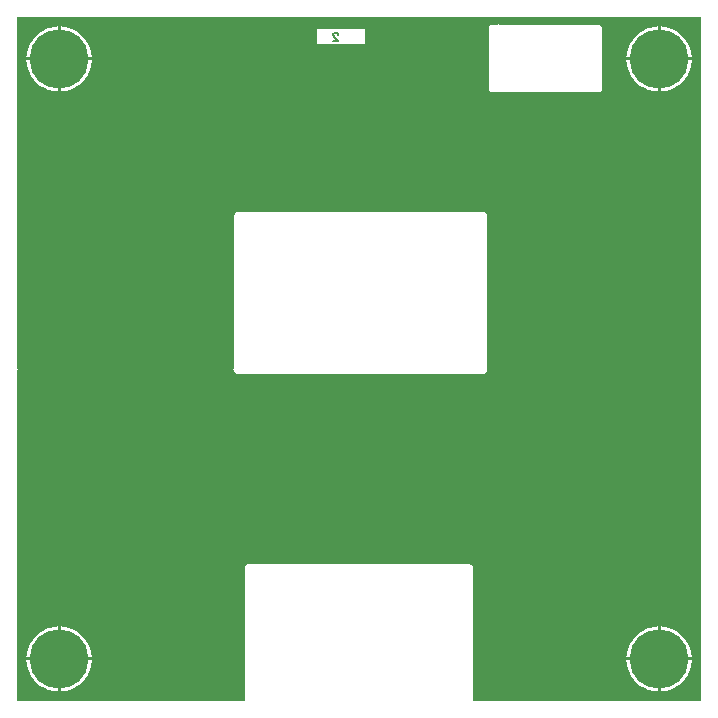
<source format=gbl>
G04 Layer: BottomLayer*
G04 EasyEDA v6.5.34, 2023-08-21 18:11:39*
G04 170543c9dcd043ffafcefd08752301e1,5a6b42c53f6a479593ecc07194224c93,10*
G04 Gerber Generator version 0.2*
G04 Scale: 100 percent, Rotated: No, Reflected: No *
G04 Dimensions in millimeters *
G04 leading zeros omitted , absolute positions ,4 integer and 5 decimal *
%FSLAX45Y45*%
%MOMM*%

%ADD10C,0.1524*%
%ADD11C,5.0000*%

%LPD*%
G36*
X1945132Y25908D02*
G01*
X36068Y26416D01*
X32156Y27178D01*
X28905Y29362D01*
X26670Y32664D01*
X25908Y36576D01*
X25908Y2821940D01*
X26670Y2825851D01*
X28905Y2829102D01*
X32156Y2831338D01*
X36068Y2832100D01*
X32156Y2832862D01*
X28905Y2835097D01*
X26670Y2838399D01*
X25908Y2842260D01*
X25908Y5805932D01*
X26670Y5809792D01*
X28905Y5813094D01*
X32156Y5815330D01*
X36068Y5816092D01*
X2555240Y5816092D01*
X2559151Y5815330D01*
X2562402Y5813094D01*
X2564638Y5809792D01*
X2565400Y5805932D01*
X2566162Y5809792D01*
X2568397Y5813094D01*
X2571648Y5815330D01*
X2575560Y5816092D01*
X4091940Y5816092D01*
X4095851Y5815330D01*
X4099102Y5813094D01*
X4101337Y5809792D01*
X4102100Y5805932D01*
X4102862Y5809792D01*
X4105097Y5813094D01*
X4108348Y5815330D01*
X4112260Y5816092D01*
X5805932Y5816092D01*
X5809792Y5815330D01*
X5813094Y5813094D01*
X5815330Y5809792D01*
X5816092Y5805932D01*
X5816092Y36068D01*
X5815330Y32156D01*
X5813094Y28905D01*
X5809792Y26670D01*
X5805932Y25908D01*
X3896868Y25908D01*
X3892956Y26670D01*
X3889705Y28905D01*
X3887470Y32207D01*
X3886708Y36068D01*
X3886708Y1155090D01*
X3885895Y1161592D01*
X3883812Y1167130D01*
X3880256Y1172260D01*
X3877259Y1175308D01*
X3873652Y1177950D01*
X3868115Y1180439D01*
X3860647Y1181608D01*
X1981809Y1181608D01*
X1975307Y1180846D01*
X1969770Y1178712D01*
X1964639Y1175207D01*
X1961591Y1172159D01*
X1959000Y1168552D01*
X1956460Y1163015D01*
X1955292Y1155547D01*
X1955292Y36068D01*
X1954530Y32207D01*
X1952294Y28905D01*
X1949043Y26720D01*
G37*

%LPC*%
G36*
X5473700Y5185562D02*
G01*
X5478322Y5185664D01*
X5501284Y5188051D01*
X5523992Y5192369D01*
X5546242Y5198618D01*
X5567883Y5206644D01*
X5588812Y5216499D01*
X5608828Y5228031D01*
X5627776Y5241239D01*
X5645607Y5255971D01*
X5662117Y5272125D01*
X5677204Y5289600D01*
X5690819Y5308295D01*
X5702757Y5328107D01*
X5713018Y5348782D01*
X5721553Y5370271D01*
X5728208Y5392369D01*
X5733034Y5414975D01*
X5735929Y5437886D01*
X5736336Y5448300D01*
X5473700Y5448300D01*
G37*
G36*
X393700Y105562D02*
G01*
X398322Y105664D01*
X421284Y108051D01*
X443992Y112369D01*
X466242Y118618D01*
X487883Y126644D01*
X508812Y136499D01*
X528828Y148031D01*
X547776Y161239D01*
X565607Y175971D01*
X582117Y192125D01*
X597204Y209600D01*
X610819Y228295D01*
X622757Y248107D01*
X633018Y268782D01*
X641553Y290271D01*
X648208Y312369D01*
X653034Y334975D01*
X655929Y357886D01*
X656336Y368300D01*
X393700Y368300D01*
G37*
G36*
X5473700Y105562D02*
G01*
X5478322Y105664D01*
X5501284Y108051D01*
X5523992Y112369D01*
X5546242Y118618D01*
X5567883Y126644D01*
X5588812Y136499D01*
X5608828Y148031D01*
X5627776Y161239D01*
X5645607Y175971D01*
X5662117Y192125D01*
X5677204Y209600D01*
X5690819Y228295D01*
X5702757Y248107D01*
X5713018Y268782D01*
X5721553Y290271D01*
X5728208Y312369D01*
X5733034Y334975D01*
X5735929Y357886D01*
X5736336Y368300D01*
X5473700Y368300D01*
G37*
G36*
X368300Y105613D02*
G01*
X368300Y368300D01*
X105410Y368300D01*
X107289Y346405D01*
X111099Y323646D01*
X116890Y301244D01*
X124460Y279450D01*
X133858Y258317D01*
X144983Y238099D01*
X157784Y218846D01*
X172161Y200710D01*
X187960Y183896D01*
X205130Y168402D01*
X223520Y154432D01*
X243027Y142036D01*
X263499Y131368D01*
X284835Y122377D01*
X306781Y115265D01*
X329285Y109982D01*
X352145Y106629D01*
G37*
G36*
X5448300Y105613D02*
G01*
X5448300Y368300D01*
X5185410Y368300D01*
X5187289Y346405D01*
X5191099Y323646D01*
X5196890Y301244D01*
X5204460Y279450D01*
X5213858Y258317D01*
X5224983Y238099D01*
X5237784Y218846D01*
X5252161Y200710D01*
X5267960Y183896D01*
X5285130Y168402D01*
X5303520Y154432D01*
X5323027Y142036D01*
X5343499Y131368D01*
X5364835Y122377D01*
X5386781Y115265D01*
X5409285Y109982D01*
X5432145Y106629D01*
G37*
G36*
X393700Y393700D02*
G01*
X656336Y393700D01*
X655929Y404063D01*
X653034Y427024D01*
X648208Y449630D01*
X641553Y471728D01*
X633018Y493217D01*
X622757Y513892D01*
X610819Y533654D01*
X597204Y552348D01*
X582117Y569874D01*
X565607Y586028D01*
X547776Y600760D01*
X528828Y613968D01*
X508812Y625500D01*
X487883Y635355D01*
X466242Y643382D01*
X443992Y649630D01*
X421284Y653948D01*
X398322Y656336D01*
X393700Y656437D01*
G37*
G36*
X5473700Y393700D02*
G01*
X5736336Y393700D01*
X5735929Y404063D01*
X5733034Y427024D01*
X5728208Y449630D01*
X5721553Y471728D01*
X5713018Y493217D01*
X5702757Y513892D01*
X5690819Y533654D01*
X5677204Y552348D01*
X5662117Y569874D01*
X5645607Y586028D01*
X5627776Y600760D01*
X5608828Y613968D01*
X5588812Y625500D01*
X5567883Y635355D01*
X5546242Y643382D01*
X5523992Y649630D01*
X5501284Y653948D01*
X5478322Y656336D01*
X5473700Y656437D01*
G37*
G36*
X5185410Y393700D02*
G01*
X5448300Y393700D01*
X5448300Y656386D01*
X5432145Y655370D01*
X5409285Y652018D01*
X5386781Y646734D01*
X5364835Y639572D01*
X5343499Y630631D01*
X5323027Y619912D01*
X5303520Y607568D01*
X5285130Y593598D01*
X5267960Y578104D01*
X5252161Y561289D01*
X5237784Y543153D01*
X5224983Y523900D01*
X5213858Y503682D01*
X5204460Y482549D01*
X5196890Y460756D01*
X5191099Y438353D01*
X5187289Y415594D01*
G37*
G36*
X105410Y393700D02*
G01*
X368300Y393700D01*
X368300Y656386D01*
X352145Y655370D01*
X329285Y652018D01*
X306781Y646734D01*
X284835Y639572D01*
X263499Y630631D01*
X243027Y619912D01*
X223520Y607568D01*
X205130Y593598D01*
X187960Y578104D01*
X172161Y561289D01*
X157784Y543153D01*
X144983Y523900D01*
X133858Y503682D01*
X124460Y482549D01*
X116890Y460756D01*
X111099Y438353D01*
X107289Y415594D01*
G37*
G36*
X1892858Y2793492D02*
G01*
X3974541Y2793492D01*
X3980840Y2794203D01*
X3986326Y2796133D01*
X3991203Y2799181D01*
X3995318Y2803296D01*
X3998366Y2808173D01*
X4000296Y2813659D01*
X4001008Y2819958D01*
X4001008Y4139641D01*
X4000296Y4145940D01*
X3998366Y4151426D01*
X3995318Y4156303D01*
X3991203Y4160418D01*
X3986326Y4163466D01*
X3980840Y4165396D01*
X3974541Y4166108D01*
X1892858Y4166108D01*
X1886559Y4165396D01*
X1881073Y4163466D01*
X1876196Y4160418D01*
X1872081Y4156303D01*
X1869033Y4151426D01*
X1867103Y4145940D01*
X1866392Y4139641D01*
X1866392Y2842260D01*
X1865630Y2838399D01*
X1863445Y2835097D01*
X1860143Y2832862D01*
X1856232Y2832100D01*
X1860143Y2831338D01*
X1863445Y2829102D01*
X1865630Y2825851D01*
X1866392Y2821940D01*
X1866392Y2819958D01*
X1867103Y2813659D01*
X1869033Y2808173D01*
X1872081Y2803296D01*
X1876196Y2799181D01*
X1881073Y2796133D01*
X1886559Y2794203D01*
G37*
G36*
X4045508Y5181092D02*
G01*
X4952441Y5181092D01*
X4958740Y5181803D01*
X4964226Y5183733D01*
X4969103Y5186781D01*
X4973218Y5190896D01*
X4976266Y5195773D01*
X4978196Y5201259D01*
X4978908Y5207558D01*
X4978908Y5720791D01*
X4978196Y5727090D01*
X4976266Y5732576D01*
X4973218Y5737453D01*
X4969103Y5741568D01*
X4964226Y5744616D01*
X4958740Y5746546D01*
X4952441Y5747258D01*
X4112260Y5747258D01*
X4108348Y5748020D01*
X4105097Y5750255D01*
X4102862Y5753506D01*
X4102100Y5757418D01*
X4101337Y5753506D01*
X4099102Y5750255D01*
X4095851Y5748020D01*
X4091940Y5747258D01*
X4045508Y5747258D01*
X4039209Y5746546D01*
X4033723Y5744616D01*
X4028846Y5741568D01*
X4024731Y5737453D01*
X4021683Y5732576D01*
X4019753Y5727090D01*
X4019042Y5720791D01*
X4019042Y5207558D01*
X4019753Y5201259D01*
X4021683Y5195773D01*
X4024731Y5190896D01*
X4028846Y5186781D01*
X4033723Y5183733D01*
X4039209Y5181803D01*
G37*
G36*
X2691688Y5583682D02*
G01*
X2750261Y5583682D01*
X2756560Y5584393D01*
X2764840Y5587593D01*
X2767634Y5588000D01*
X2970784Y5588000D01*
X2971800Y5589016D01*
X2971800Y5713984D01*
X2970784Y5715000D01*
X2763520Y5715000D01*
X2760167Y5715558D01*
X2756560Y5716828D01*
X2750261Y5717540D01*
X2691688Y5717540D01*
X2685389Y5716828D01*
X2681782Y5715558D01*
X2678430Y5715000D01*
X2575560Y5715000D01*
X2571648Y5715762D01*
X2568397Y5717997D01*
X2566162Y5721248D01*
X2565400Y5725160D01*
X2565400Y5589016D01*
X2566416Y5588000D01*
X2674315Y5588000D01*
X2677109Y5587593D01*
X2679903Y5586323D01*
X2685389Y5584393D01*
G37*
G36*
X393700Y5185562D02*
G01*
X398322Y5185664D01*
X421284Y5188051D01*
X443992Y5192369D01*
X466242Y5198618D01*
X487883Y5206644D01*
X508812Y5216499D01*
X528828Y5228031D01*
X547776Y5241239D01*
X565607Y5255971D01*
X582117Y5272125D01*
X597204Y5289600D01*
X610819Y5308295D01*
X622757Y5328107D01*
X633018Y5348782D01*
X641553Y5370271D01*
X648208Y5392369D01*
X653034Y5414975D01*
X655929Y5437886D01*
X656336Y5448300D01*
X393700Y5448300D01*
G37*
G36*
X368300Y5185613D02*
G01*
X368300Y5448300D01*
X105410Y5448300D01*
X107289Y5426405D01*
X111099Y5403646D01*
X116890Y5381244D01*
X124460Y5359450D01*
X133858Y5338318D01*
X144983Y5318099D01*
X157784Y5298846D01*
X172161Y5280710D01*
X187960Y5263896D01*
X205130Y5248402D01*
X223520Y5234432D01*
X243027Y5222036D01*
X263499Y5211368D01*
X284835Y5202377D01*
X306781Y5195265D01*
X329285Y5189982D01*
X352145Y5186629D01*
G37*
G36*
X5448300Y5185613D02*
G01*
X5448300Y5448300D01*
X5185410Y5448300D01*
X5187289Y5426405D01*
X5191099Y5403646D01*
X5196890Y5381244D01*
X5204460Y5359450D01*
X5213858Y5338318D01*
X5224983Y5318099D01*
X5237784Y5298846D01*
X5252161Y5280710D01*
X5267960Y5263896D01*
X5285130Y5248402D01*
X5303520Y5234432D01*
X5323027Y5222036D01*
X5343499Y5211368D01*
X5364835Y5202377D01*
X5386781Y5195265D01*
X5409285Y5189982D01*
X5432145Y5186629D01*
G37*
G36*
X393700Y5473700D02*
G01*
X656336Y5473700D01*
X655929Y5484063D01*
X653034Y5507024D01*
X648208Y5529630D01*
X641553Y5551728D01*
X633018Y5573217D01*
X622757Y5593892D01*
X610819Y5613654D01*
X597204Y5632348D01*
X582117Y5649874D01*
X565607Y5666028D01*
X547776Y5680760D01*
X528828Y5693968D01*
X508812Y5705500D01*
X487883Y5715355D01*
X466242Y5723382D01*
X443992Y5729630D01*
X421284Y5733948D01*
X398322Y5736336D01*
X393700Y5736437D01*
G37*
G36*
X5473700Y5473700D02*
G01*
X5736336Y5473700D01*
X5735929Y5484063D01*
X5733034Y5507024D01*
X5728208Y5529630D01*
X5721553Y5551728D01*
X5713018Y5573217D01*
X5702757Y5593892D01*
X5690819Y5613654D01*
X5677204Y5632348D01*
X5662117Y5649874D01*
X5645607Y5666028D01*
X5627776Y5680760D01*
X5608828Y5693968D01*
X5588812Y5705500D01*
X5567883Y5715355D01*
X5546242Y5723382D01*
X5523992Y5729630D01*
X5501284Y5733948D01*
X5478322Y5736336D01*
X5473700Y5736437D01*
G37*
G36*
X105410Y5473700D02*
G01*
X368300Y5473700D01*
X368300Y5736386D01*
X352145Y5735370D01*
X329285Y5732018D01*
X306781Y5726734D01*
X284835Y5719572D01*
X263499Y5710631D01*
X243027Y5699912D01*
X223520Y5687568D01*
X205130Y5673598D01*
X187960Y5658104D01*
X172161Y5641289D01*
X157784Y5623153D01*
X144983Y5603900D01*
X133858Y5583682D01*
X124460Y5562549D01*
X116890Y5540756D01*
X111099Y5518353D01*
X107289Y5495594D01*
G37*
G36*
X5185410Y5473700D02*
G01*
X5448300Y5473700D01*
X5448300Y5736386D01*
X5432145Y5735370D01*
X5409285Y5732018D01*
X5386781Y5726734D01*
X5364835Y5719572D01*
X5343499Y5710631D01*
X5323027Y5699912D01*
X5303520Y5687568D01*
X5285130Y5673598D01*
X5267960Y5658104D01*
X5252161Y5641289D01*
X5237784Y5623153D01*
X5224983Y5603900D01*
X5213858Y5583682D01*
X5204460Y5562549D01*
X5196890Y5540756D01*
X5191099Y5518353D01*
X5187289Y5495594D01*
G37*

%LPD*%
D10*
X2739890Y5668002D02*
G01*
X2739890Y5671304D01*
X2736842Y5677654D01*
X2733540Y5680956D01*
X2727190Y5684004D01*
X2714490Y5684004D01*
X2708140Y5680956D01*
X2705092Y5677654D01*
X2701790Y5671304D01*
X2701790Y5664954D01*
X2705092Y5658604D01*
X2711442Y5648952D01*
X2743192Y5617202D01*
X2698742Y5617202D01*
D11*
G01*
X380992Y5460992D03*
G01*
X380992Y380992D03*
G01*
X5460992Y380992D03*
G01*
X5460992Y5460992D03*
M02*

</source>
